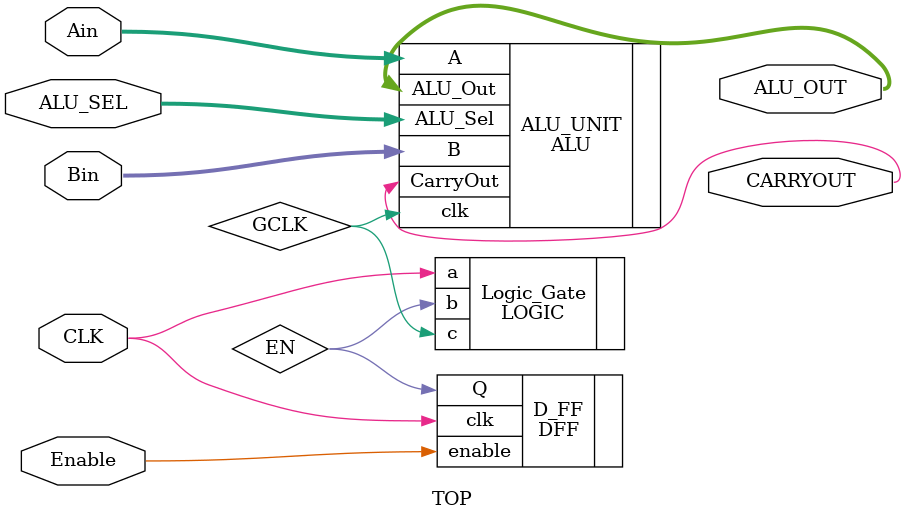
<source format=v>
`timescale 1ns / 1ps
module TOP(input CLK,Enable,
input [255:0]Ain,Bin,
input [7:0]ALU_SEL,
output [255:0]ALU_OUT,
output CARRYOUT 
    );
	 wire EN,GCLK;
DFF D_FF(.clk(CLK),.enable(Enable),.Q(EN));
LOGIC Logic_Gate(.a(CLK),.b(EN),.c(GCLK));
ALU ALU_UNIT(.clk(GCLK),.A(Ain),.B(Bin),.ALU_Sel(ALU_SEL),.ALU_Out(ALU_OUT),.CarryOut(CARRYOUT));

endmodule
</source>
